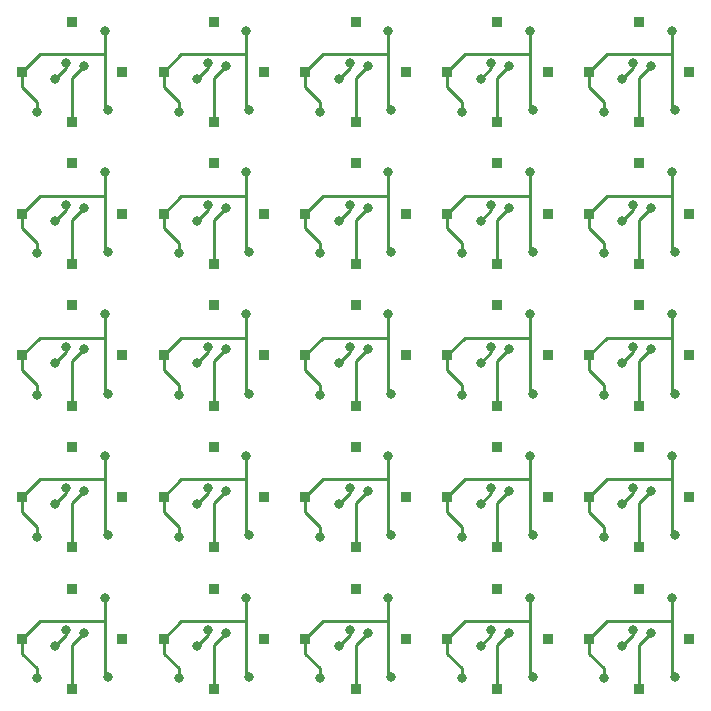
<source format=gbl>
%TF.GenerationSoftware,KiCad,Pcbnew,7.0.5-1.fc38*%
%TF.CreationDate,2023-07-07T14:16:01-04:00*%
%TF.ProjectId,bno085-i2c-board-v3-panel,626e6f30-3835-42d6-9932-632d626f6172,rev?*%
%TF.SameCoordinates,Original*%
%TF.FileFunction,Copper,L2,Bot*%
%TF.FilePolarity,Positive*%
%FSLAX46Y46*%
G04 Gerber Fmt 4.6, Leading zero omitted, Abs format (unit mm)*
G04 Created by KiCad (PCBNEW 7.0.5-1.fc38) date 2023-07-07 14:16:01*
%MOMM*%
%LPD*%
G01*
G04 APERTURE LIST*
%TA.AperFunction,ComponentPad*%
%ADD10R,0.850000X0.850000*%
%TD*%
%TA.AperFunction,ViaPad*%
%ADD11C,0.800000*%
%TD*%
%TA.AperFunction,Conductor*%
%ADD12C,0.250000*%
%TD*%
G04 APERTURE END LIST*
D10*
%TO.P,J2,1,Pin_1*%
%TO.N,Board_12-Net-(J2-Pin_1)*%
X148500000Y-60250000D03*
%TD*%
%TO.P,J3,1,Pin_1*%
%TO.N,Board_5-+3.3V*%
X120250000Y-44000000D03*
%TD*%
%TO.P,J1,1,Pin_1*%
%TO.N,Board_24-Net-(J1-Pin_1)*%
X172500000Y-75750000D03*
%TD*%
%TO.P,J4,1,Pin_1*%
%TO.N,Board_2-GND*%
X152750000Y-32000000D03*
%TD*%
%TO.P,J2,1,Pin_1*%
%TO.N,Board_9-Net-(J2-Pin_1)*%
X172500000Y-48250000D03*
%TD*%
%TO.P,J3,1,Pin_1*%
%TO.N,Board_19-+3.3V*%
X168250000Y-68000000D03*
%TD*%
%TO.P,J3,1,Pin_1*%
%TO.N,Board_22-+3.3V*%
X144250000Y-80000000D03*
%TD*%
%TO.P,J2,1,Pin_1*%
%TO.N,Board_3-Net-(J2-Pin_1)*%
X160500000Y-36250000D03*
%TD*%
%TO.P,J4,1,Pin_1*%
%TO.N,Board_23-GND*%
X164750000Y-80000000D03*
%TD*%
%TO.P,J4,1,Pin_1*%
%TO.N,Board_24-GND*%
X176750000Y-80000000D03*
%TD*%
%TO.P,J2,1,Pin_1*%
%TO.N,Board_13-Net-(J2-Pin_1)*%
X160500000Y-60250000D03*
%TD*%
%TO.P,J3,1,Pin_1*%
%TO.N,Board_23-+3.3V*%
X156250000Y-80000000D03*
%TD*%
%TO.P,J4,1,Pin_1*%
%TO.N,Board_15-GND*%
X128750000Y-68000000D03*
%TD*%
%TO.P,J1,1,Pin_1*%
%TO.N,Board_21-Net-(J1-Pin_1)*%
X136500000Y-75750000D03*
%TD*%
%TO.P,J3,1,Pin_1*%
%TO.N,Board_15-+3.3V*%
X120250000Y-68000000D03*
%TD*%
%TO.P,J3,1,Pin_1*%
%TO.N,Board_10-+3.3V*%
X120250000Y-56000000D03*
%TD*%
%TO.P,J4,1,Pin_1*%
%TO.N,Board_16-GND*%
X140750000Y-68000000D03*
%TD*%
%TO.P,J3,1,Pin_1*%
%TO.N,Board_3-+3.3V*%
X156250000Y-32000000D03*
%TD*%
%TO.P,J2,1,Pin_1*%
%TO.N,Board_19-Net-(J2-Pin_1)*%
X172500000Y-72250000D03*
%TD*%
%TO.P,J3,1,Pin_1*%
%TO.N,Board_7-+3.3V*%
X144250000Y-44000000D03*
%TD*%
%TO.P,J2,1,Pin_1*%
%TO.N,Board_22-Net-(J2-Pin_1)*%
X148500000Y-84250000D03*
%TD*%
%TO.P,J1,1,Pin_1*%
%TO.N,Board_5-Net-(J1-Pin_1)*%
X124500000Y-39750000D03*
%TD*%
%TO.P,J1,1,Pin_1*%
%TO.N,Board_7-Net-(J1-Pin_1)*%
X148500000Y-39750000D03*
%TD*%
%TO.P,J1,1,Pin_1*%
%TO.N,Board_23-Net-(J1-Pin_1)*%
X160500000Y-75750000D03*
%TD*%
%TO.P,J2,1,Pin_1*%
%TO.N,Board_17-Net-(J2-Pin_1)*%
X148500000Y-72250000D03*
%TD*%
%TO.P,J3,1,Pin_1*%
%TO.N,Board_2-+3.3V*%
X144250000Y-32000000D03*
%TD*%
%TO.P,J4,1,Pin_1*%
%TO.N,Board_1-GND*%
X140750000Y-32000000D03*
%TD*%
%TO.P,J1,1,Pin_1*%
%TO.N,Board_16-Net-(J1-Pin_1)*%
X136500000Y-63750000D03*
%TD*%
%TO.P,J3,1,Pin_1*%
%TO.N,Board_8-+3.3V*%
X156250000Y-44000000D03*
%TD*%
%TO.P,J2,1,Pin_1*%
%TO.N,Board_5-Net-(J2-Pin_1)*%
X124500000Y-48250000D03*
%TD*%
%TO.P,J1,1,Pin_1*%
%TO.N,Board_0-Net-(J1-Pin_1)*%
X124500000Y-27750000D03*
%TD*%
%TO.P,J2,1,Pin_1*%
%TO.N,Board_7-Net-(J2-Pin_1)*%
X148500000Y-48250000D03*
%TD*%
%TO.P,J2,1,Pin_1*%
%TO.N,Board_18-Net-(J2-Pin_1)*%
X160500000Y-72250000D03*
%TD*%
%TO.P,J4,1,Pin_1*%
%TO.N,Board_17-GND*%
X152750000Y-68000000D03*
%TD*%
%TO.P,J2,1,Pin_1*%
%TO.N,Board_10-Net-(J2-Pin_1)*%
X124500000Y-60250000D03*
%TD*%
%TO.P,J1,1,Pin_1*%
%TO.N,Board_11-Net-(J1-Pin_1)*%
X136500000Y-51750000D03*
%TD*%
%TO.P,J3,1,Pin_1*%
%TO.N,Board_16-+3.3V*%
X132250000Y-68000000D03*
%TD*%
%TO.P,J3,1,Pin_1*%
%TO.N,Board_11-+3.3V*%
X132250000Y-56000000D03*
%TD*%
%TO.P,J4,1,Pin_1*%
%TO.N,Board_14-GND*%
X176750000Y-56000000D03*
%TD*%
%TO.P,J4,1,Pin_1*%
%TO.N,Board_18-GND*%
X164750000Y-68000000D03*
%TD*%
%TO.P,J4,1,Pin_1*%
%TO.N,Board_22-GND*%
X152750000Y-80000000D03*
%TD*%
%TO.P,J1,1,Pin_1*%
%TO.N,Board_22-Net-(J1-Pin_1)*%
X148500000Y-75750000D03*
%TD*%
%TO.P,J4,1,Pin_1*%
%TO.N,Board_9-GND*%
X176750000Y-44000000D03*
%TD*%
%TO.P,J1,1,Pin_1*%
%TO.N,Board_14-Net-(J1-Pin_1)*%
X172500000Y-51750000D03*
%TD*%
%TO.P,J2,1,Pin_1*%
%TO.N,Board_8-Net-(J2-Pin_1)*%
X160500000Y-48250000D03*
%TD*%
%TO.P,J1,1,Pin_1*%
%TO.N,Board_3-Net-(J1-Pin_1)*%
X160500000Y-27750000D03*
%TD*%
%TO.P,J1,1,Pin_1*%
%TO.N,Board_17-Net-(J1-Pin_1)*%
X148500000Y-63750000D03*
%TD*%
%TO.P,J1,1,Pin_1*%
%TO.N,Board_18-Net-(J1-Pin_1)*%
X160500000Y-63750000D03*
%TD*%
%TO.P,J3,1,Pin_1*%
%TO.N,Board_6-+3.3V*%
X132250000Y-44000000D03*
%TD*%
%TO.P,J4,1,Pin_1*%
%TO.N,Board_12-GND*%
X152750000Y-56000000D03*
%TD*%
%TO.P,J1,1,Pin_1*%
%TO.N,Board_9-Net-(J1-Pin_1)*%
X172500000Y-39750000D03*
%TD*%
%TO.P,J2,1,Pin_1*%
%TO.N,Board_4-Net-(J2-Pin_1)*%
X172500000Y-36250000D03*
%TD*%
%TO.P,J4,1,Pin_1*%
%TO.N,Board_19-GND*%
X176750000Y-68000000D03*
%TD*%
%TO.P,J1,1,Pin_1*%
%TO.N,Board_8-Net-(J1-Pin_1)*%
X160500000Y-39750000D03*
%TD*%
%TO.P,J3,1,Pin_1*%
%TO.N,Board_1-+3.3V*%
X132250000Y-32000000D03*
%TD*%
%TO.P,J2,1,Pin_1*%
%TO.N,Board_23-Net-(J2-Pin_1)*%
X160500000Y-84250000D03*
%TD*%
%TO.P,J2,1,Pin_1*%
%TO.N,Board_6-Net-(J2-Pin_1)*%
X136500000Y-48250000D03*
%TD*%
%TO.P,J4,1,Pin_1*%
%TO.N,Board_6-GND*%
X140750000Y-44000000D03*
%TD*%
%TO.P,J1,1,Pin_1*%
%TO.N,Board_10-Net-(J1-Pin_1)*%
X124500000Y-51750000D03*
%TD*%
%TO.P,J3,1,Pin_1*%
%TO.N,Board_0-+3.3V*%
X120250000Y-32000000D03*
%TD*%
%TO.P,J3,1,Pin_1*%
%TO.N,Board_24-+3.3V*%
X168250000Y-80000000D03*
%TD*%
%TO.P,J4,1,Pin_1*%
%TO.N,Board_3-GND*%
X164750000Y-32000000D03*
%TD*%
%TO.P,J1,1,Pin_1*%
%TO.N,Board_13-Net-(J1-Pin_1)*%
X160500000Y-51750000D03*
%TD*%
%TO.P,J4,1,Pin_1*%
%TO.N,Board_4-GND*%
X176750000Y-32000000D03*
%TD*%
%TO.P,J4,1,Pin_1*%
%TO.N,Board_10-GND*%
X128750000Y-56000000D03*
%TD*%
%TO.P,J1,1,Pin_1*%
%TO.N,Board_20-Net-(J1-Pin_1)*%
X124500000Y-75750000D03*
%TD*%
%TO.P,J4,1,Pin_1*%
%TO.N,Board_8-GND*%
X164750000Y-44000000D03*
%TD*%
%TO.P,J3,1,Pin_1*%
%TO.N,Board_12-+3.3V*%
X144250000Y-56000000D03*
%TD*%
%TO.P,J3,1,Pin_1*%
%TO.N,Board_17-+3.3V*%
X144250000Y-68000000D03*
%TD*%
%TO.P,J2,1,Pin_1*%
%TO.N,Board_11-Net-(J2-Pin_1)*%
X136500000Y-60250000D03*
%TD*%
%TO.P,J2,1,Pin_1*%
%TO.N,Board_14-Net-(J2-Pin_1)*%
X172500000Y-60250000D03*
%TD*%
%TO.P,J1,1,Pin_1*%
%TO.N,Board_6-Net-(J1-Pin_1)*%
X136500000Y-39750000D03*
%TD*%
%TO.P,J2,1,Pin_1*%
%TO.N,Board_1-Net-(J2-Pin_1)*%
X136500000Y-36250000D03*
%TD*%
%TO.P,J1,1,Pin_1*%
%TO.N,Board_19-Net-(J1-Pin_1)*%
X172500000Y-63750000D03*
%TD*%
%TO.P,J3,1,Pin_1*%
%TO.N,Board_4-+3.3V*%
X168250000Y-32000000D03*
%TD*%
%TO.P,J1,1,Pin_1*%
%TO.N,Board_15-Net-(J1-Pin_1)*%
X124500000Y-63750000D03*
%TD*%
%TO.P,J2,1,Pin_1*%
%TO.N,Board_2-Net-(J2-Pin_1)*%
X148500000Y-36250000D03*
%TD*%
%TO.P,J2,1,Pin_1*%
%TO.N,Board_20-Net-(J2-Pin_1)*%
X124500000Y-84250000D03*
%TD*%
%TO.P,J4,1,Pin_1*%
%TO.N,Board_5-GND*%
X128750000Y-44000000D03*
%TD*%
%TO.P,J2,1,Pin_1*%
%TO.N,Board_16-Net-(J2-Pin_1)*%
X136500000Y-72250000D03*
%TD*%
%TO.P,J1,1,Pin_1*%
%TO.N,Board_12-Net-(J1-Pin_1)*%
X148500000Y-51750000D03*
%TD*%
%TO.P,J2,1,Pin_1*%
%TO.N,Board_15-Net-(J2-Pin_1)*%
X124500000Y-72250000D03*
%TD*%
%TO.P,J3,1,Pin_1*%
%TO.N,Board_21-+3.3V*%
X132250000Y-80000000D03*
%TD*%
%TO.P,J2,1,Pin_1*%
%TO.N,Board_24-Net-(J2-Pin_1)*%
X172500000Y-84250000D03*
%TD*%
%TO.P,J4,1,Pin_1*%
%TO.N,Board_7-GND*%
X152750000Y-44000000D03*
%TD*%
%TO.P,J3,1,Pin_1*%
%TO.N,Board_18-+3.3V*%
X156250000Y-68000000D03*
%TD*%
%TO.P,J4,1,Pin_1*%
%TO.N,Board_13-GND*%
X164750000Y-56000000D03*
%TD*%
%TO.P,J1,1,Pin_1*%
%TO.N,Board_4-Net-(J1-Pin_1)*%
X172500000Y-27750000D03*
%TD*%
%TO.P,J4,1,Pin_1*%
%TO.N,Board_21-GND*%
X140750000Y-80000000D03*
%TD*%
%TO.P,J2,1,Pin_1*%
%TO.N,Board_21-Net-(J2-Pin_1)*%
X136500000Y-84250000D03*
%TD*%
%TO.P,J1,1,Pin_1*%
%TO.N,Board_2-Net-(J1-Pin_1)*%
X148500000Y-27750000D03*
%TD*%
%TO.P,J3,1,Pin_1*%
%TO.N,Board_9-+3.3V*%
X168250000Y-44000000D03*
%TD*%
%TO.P,J2,1,Pin_1*%
%TO.N,Board_0-Net-(J2-Pin_1)*%
X124500000Y-36250000D03*
%TD*%
%TO.P,J4,1,Pin_1*%
%TO.N,Board_20-GND*%
X128750000Y-80000000D03*
%TD*%
%TO.P,J1,1,Pin_1*%
%TO.N,Board_1-Net-(J1-Pin_1)*%
X136500000Y-27750000D03*
%TD*%
%TO.P,J4,1,Pin_1*%
%TO.N,Board_11-GND*%
X140750000Y-56000000D03*
%TD*%
%TO.P,J3,1,Pin_1*%
%TO.N,Board_14-+3.3V*%
X168250000Y-56000000D03*
%TD*%
%TO.P,J3,1,Pin_1*%
%TO.N,Board_20-+3.3V*%
X120250000Y-80000000D03*
%TD*%
%TO.P,J3,1,Pin_1*%
%TO.N,Board_13-+3.3V*%
X156250000Y-56000000D03*
%TD*%
%TO.P,J4,1,Pin_1*%
%TO.N,Board_0-GND*%
X128750000Y-32000000D03*
%TD*%
D11*
%TO.N,Board_0-+3.3V*%
X121506858Y-35353405D03*
X127250000Y-28500000D03*
X127500000Y-35250000D03*
%TO.N,Board_0-GND*%
X124000000Y-31250000D03*
X123078453Y-32603052D03*
%TO.N,Board_0-Net-(J2-Pin_1)*%
X125512299Y-31487701D03*
%TO.N,Board_1-+3.3V*%
X139250000Y-28500000D03*
X139500000Y-35250000D03*
X133506858Y-35353405D03*
%TO.N,Board_1-GND*%
X135078453Y-32603052D03*
X136000000Y-31250000D03*
%TO.N,Board_1-Net-(J2-Pin_1)*%
X137512299Y-31487701D03*
%TO.N,Board_2-+3.3V*%
X151250000Y-28500000D03*
X145506858Y-35353405D03*
X151500000Y-35250000D03*
%TO.N,Board_2-GND*%
X147078453Y-32603052D03*
X148000000Y-31250000D03*
%TO.N,Board_2-Net-(J2-Pin_1)*%
X149512299Y-31487701D03*
%TO.N,Board_3-+3.3V*%
X163500000Y-35250000D03*
X157506858Y-35353405D03*
X163250000Y-28500000D03*
%TO.N,Board_3-GND*%
X160000000Y-31250000D03*
X159078453Y-32603052D03*
%TO.N,Board_3-Net-(J2-Pin_1)*%
X161512299Y-31487701D03*
%TO.N,Board_4-+3.3V*%
X175500000Y-35250000D03*
X169506858Y-35353405D03*
X175250000Y-28500000D03*
%TO.N,Board_4-GND*%
X172000000Y-31250000D03*
X171078453Y-32603052D03*
%TO.N,Board_4-Net-(J2-Pin_1)*%
X173512299Y-31487701D03*
%TO.N,Board_5-+3.3V*%
X127500000Y-47250000D03*
X121506858Y-47353405D03*
X127250000Y-40500000D03*
%TO.N,Board_5-GND*%
X124000000Y-43250000D03*
X123078453Y-44603052D03*
%TO.N,Board_5-Net-(J2-Pin_1)*%
X125512299Y-43487701D03*
%TO.N,Board_6-+3.3V*%
X133506858Y-47353405D03*
X139250000Y-40500000D03*
X139500000Y-47250000D03*
%TO.N,Board_6-GND*%
X136000000Y-43250000D03*
X135078453Y-44603052D03*
%TO.N,Board_6-Net-(J2-Pin_1)*%
X137512299Y-43487701D03*
%TO.N,Board_7-+3.3V*%
X151250000Y-40500000D03*
X145506858Y-47353405D03*
X151500000Y-47250000D03*
%TO.N,Board_7-GND*%
X148000000Y-43250000D03*
X147078453Y-44603052D03*
%TO.N,Board_7-Net-(J2-Pin_1)*%
X149512299Y-43487701D03*
%TO.N,Board_8-+3.3V*%
X163250000Y-40500000D03*
X163500000Y-47250000D03*
X157506858Y-47353405D03*
%TO.N,Board_8-GND*%
X160000000Y-43250000D03*
X159078453Y-44603052D03*
%TO.N,Board_8-Net-(J2-Pin_1)*%
X161512299Y-43487701D03*
%TO.N,Board_9-+3.3V*%
X175250000Y-40500000D03*
X169506858Y-47353405D03*
X175500000Y-47250000D03*
%TO.N,Board_9-GND*%
X172000000Y-43250000D03*
X171078453Y-44603052D03*
%TO.N,Board_9-Net-(J2-Pin_1)*%
X173512299Y-43487701D03*
%TO.N,Board_10-+3.3V*%
X127250000Y-52500000D03*
X121506858Y-59353405D03*
X127500000Y-59250000D03*
%TO.N,Board_10-GND*%
X124000000Y-55250000D03*
X123078453Y-56603052D03*
%TO.N,Board_10-Net-(J2-Pin_1)*%
X125512299Y-55487701D03*
%TO.N,Board_11-+3.3V*%
X139250000Y-52500000D03*
X139500000Y-59250000D03*
X133506858Y-59353405D03*
%TO.N,Board_11-GND*%
X135078453Y-56603052D03*
X136000000Y-55250000D03*
%TO.N,Board_11-Net-(J2-Pin_1)*%
X137512299Y-55487701D03*
%TO.N,Board_12-+3.3V*%
X151250000Y-52500000D03*
X151500000Y-59250000D03*
X145506858Y-59353405D03*
%TO.N,Board_12-GND*%
X147078453Y-56603052D03*
X148000000Y-55250000D03*
%TO.N,Board_12-Net-(J2-Pin_1)*%
X149512299Y-55487701D03*
%TO.N,Board_13-+3.3V*%
X157506858Y-59353405D03*
X163250000Y-52500000D03*
X163500000Y-59250000D03*
%TO.N,Board_13-GND*%
X159078453Y-56603052D03*
X160000000Y-55250000D03*
%TO.N,Board_13-Net-(J2-Pin_1)*%
X161512299Y-55487701D03*
%TO.N,Board_14-+3.3V*%
X169506858Y-59353405D03*
X175250000Y-52500000D03*
X175500000Y-59250000D03*
%TO.N,Board_14-GND*%
X171078453Y-56603052D03*
X172000000Y-55250000D03*
%TO.N,Board_14-Net-(J2-Pin_1)*%
X173512299Y-55487701D03*
%TO.N,Board_15-+3.3V*%
X121506858Y-71353405D03*
X127500000Y-71250000D03*
X127250000Y-64500000D03*
%TO.N,Board_15-GND*%
X123078453Y-68603052D03*
X124000000Y-67250000D03*
%TO.N,Board_15-Net-(J2-Pin_1)*%
X125512299Y-67487701D03*
%TO.N,Board_16-+3.3V*%
X139500000Y-71250000D03*
X133506858Y-71353405D03*
X139250000Y-64500000D03*
%TO.N,Board_16-GND*%
X135078453Y-68603052D03*
X136000000Y-67250000D03*
%TO.N,Board_16-Net-(J2-Pin_1)*%
X137512299Y-67487701D03*
%TO.N,Board_17-+3.3V*%
X151500000Y-71250000D03*
X151250000Y-64500000D03*
X145506858Y-71353405D03*
%TO.N,Board_17-GND*%
X148000000Y-67250000D03*
X147078453Y-68603052D03*
%TO.N,Board_17-Net-(J2-Pin_1)*%
X149512299Y-67487701D03*
%TO.N,Board_18-+3.3V*%
X163250000Y-64500000D03*
X157506858Y-71353405D03*
X163500000Y-71250000D03*
%TO.N,Board_18-GND*%
X159078453Y-68603052D03*
X160000000Y-67250000D03*
%TO.N,Board_18-Net-(J2-Pin_1)*%
X161512299Y-67487701D03*
%TO.N,Board_19-+3.3V*%
X169506858Y-71353405D03*
X175250000Y-64500000D03*
X175500000Y-71250000D03*
%TO.N,Board_19-GND*%
X171078453Y-68603052D03*
X172000000Y-67250000D03*
%TO.N,Board_19-Net-(J2-Pin_1)*%
X173512299Y-67487701D03*
%TO.N,Board_20-+3.3V*%
X121506858Y-83353405D03*
X127500000Y-83250000D03*
X127250000Y-76500000D03*
%TO.N,Board_20-GND*%
X123078453Y-80603052D03*
X124000000Y-79250000D03*
%TO.N,Board_20-Net-(J2-Pin_1)*%
X125512299Y-79487701D03*
%TO.N,Board_21-+3.3V*%
X139250000Y-76500000D03*
X139500000Y-83250000D03*
X133506858Y-83353405D03*
%TO.N,Board_21-GND*%
X136000000Y-79250000D03*
X135078453Y-80603052D03*
%TO.N,Board_21-Net-(J2-Pin_1)*%
X137512299Y-79487701D03*
%TO.N,Board_22-+3.3V*%
X151250000Y-76500000D03*
X145506858Y-83353405D03*
X151500000Y-83250000D03*
%TO.N,Board_22-GND*%
X147078453Y-80603052D03*
X148000000Y-79250000D03*
%TO.N,Board_22-Net-(J2-Pin_1)*%
X149512299Y-79487701D03*
%TO.N,Board_23-+3.3V*%
X157506858Y-83353405D03*
X163500000Y-83250000D03*
X163250000Y-76500000D03*
%TO.N,Board_23-GND*%
X160000000Y-79250000D03*
X159078453Y-80603052D03*
%TO.N,Board_23-Net-(J2-Pin_1)*%
X161512299Y-79487701D03*
%TO.N,Board_24-+3.3V*%
X175500000Y-83250000D03*
X175250000Y-76500000D03*
X169506858Y-83353405D03*
%TO.N,Board_24-GND*%
X171078453Y-80603052D03*
X172000000Y-79250000D03*
%TO.N,Board_24-Net-(J2-Pin_1)*%
X173512299Y-79487701D03*
%TD*%
D12*
%TO.N,Board_0-+3.3V*%
X127250000Y-30500000D02*
X121750000Y-30500000D01*
X121506858Y-34506858D02*
X121506858Y-35353405D01*
X120250000Y-33250000D02*
X121506858Y-34506858D01*
X127250000Y-28500000D02*
X127250000Y-30500000D01*
X127250000Y-35000000D02*
X127500000Y-35250000D01*
X120250000Y-32000000D02*
X120250000Y-33250000D01*
X127250000Y-30500000D02*
X127250000Y-35000000D01*
X121750000Y-30500000D02*
X120250000Y-32000000D01*
%TO.N,Board_0-GND*%
X124000000Y-31681505D02*
X124000000Y-31250000D01*
X123078453Y-32603052D02*
X124000000Y-31681505D01*
%TO.N,Board_0-Net-(J2-Pin_1)*%
X124500000Y-36250000D02*
X124500000Y-32500000D01*
X124500000Y-32500000D02*
X125512299Y-31487701D01*
%TO.N,Board_1-+3.3V*%
X132250000Y-32000000D02*
X132250000Y-33250000D01*
X139250000Y-28500000D02*
X139250000Y-30500000D01*
X133750000Y-30500000D02*
X132250000Y-32000000D01*
X133506858Y-34506858D02*
X133506858Y-35353405D01*
X139250000Y-30500000D02*
X139250000Y-35000000D01*
X132250000Y-33250000D02*
X133506858Y-34506858D01*
X139250000Y-30500000D02*
X133750000Y-30500000D01*
X139250000Y-35000000D02*
X139500000Y-35250000D01*
%TO.N,Board_1-GND*%
X135078453Y-32603052D02*
X136000000Y-31681505D01*
X136000000Y-31681505D02*
X136000000Y-31250000D01*
%TO.N,Board_1-Net-(J2-Pin_1)*%
X136500000Y-36250000D02*
X136500000Y-32500000D01*
X136500000Y-32500000D02*
X137512299Y-31487701D01*
%TO.N,Board_2-+3.3V*%
X151250000Y-28500000D02*
X151250000Y-30500000D01*
X151250000Y-30500000D02*
X145750000Y-30500000D01*
X145750000Y-30500000D02*
X144250000Y-32000000D01*
X151250000Y-35000000D02*
X151500000Y-35250000D01*
X151250000Y-30500000D02*
X151250000Y-35000000D01*
X144250000Y-33250000D02*
X145506858Y-34506858D01*
X145506858Y-34506858D02*
X145506858Y-35353405D01*
X144250000Y-32000000D02*
X144250000Y-33250000D01*
%TO.N,Board_2-GND*%
X147078453Y-32603052D02*
X148000000Y-31681505D01*
X148000000Y-31681505D02*
X148000000Y-31250000D01*
%TO.N,Board_2-Net-(J2-Pin_1)*%
X148500000Y-32500000D02*
X149512299Y-31487701D01*
X148500000Y-36250000D02*
X148500000Y-32500000D01*
%TO.N,Board_3-+3.3V*%
X163250000Y-28500000D02*
X163250000Y-30500000D01*
X157750000Y-30500000D02*
X156250000Y-32000000D01*
X157506858Y-34506858D02*
X157506858Y-35353405D01*
X156250000Y-32000000D02*
X156250000Y-33250000D01*
X163250000Y-35000000D02*
X163500000Y-35250000D01*
X163250000Y-30500000D02*
X157750000Y-30500000D01*
X163250000Y-30500000D02*
X163250000Y-35000000D01*
X156250000Y-33250000D02*
X157506858Y-34506858D01*
%TO.N,Board_3-GND*%
X160000000Y-31681505D02*
X160000000Y-31250000D01*
X159078453Y-32603052D02*
X160000000Y-31681505D01*
%TO.N,Board_3-Net-(J2-Pin_1)*%
X160500000Y-36250000D02*
X160500000Y-32500000D01*
X160500000Y-32500000D02*
X161512299Y-31487701D01*
%TO.N,Board_4-+3.3V*%
X175250000Y-30500000D02*
X175250000Y-35000000D01*
X169750000Y-30500000D02*
X168250000Y-32000000D01*
X175250000Y-30500000D02*
X169750000Y-30500000D01*
X175250000Y-28500000D02*
X175250000Y-30500000D01*
X175250000Y-35000000D02*
X175500000Y-35250000D01*
X168250000Y-33250000D02*
X169506858Y-34506858D01*
X168250000Y-32000000D02*
X168250000Y-33250000D01*
X169506858Y-34506858D02*
X169506858Y-35353405D01*
%TO.N,Board_4-GND*%
X172000000Y-31681505D02*
X172000000Y-31250000D01*
X171078453Y-32603052D02*
X172000000Y-31681505D01*
%TO.N,Board_4-Net-(J2-Pin_1)*%
X172500000Y-36250000D02*
X172500000Y-32500000D01*
X172500000Y-32500000D02*
X173512299Y-31487701D01*
%TO.N,Board_5-+3.3V*%
X127250000Y-40500000D02*
X127250000Y-42500000D01*
X127250000Y-42500000D02*
X127250000Y-47000000D01*
X120250000Y-45250000D02*
X121506858Y-46506858D01*
X120250000Y-44000000D02*
X120250000Y-45250000D01*
X121506858Y-46506858D02*
X121506858Y-47353405D01*
X121750000Y-42500000D02*
X120250000Y-44000000D01*
X127250000Y-42500000D02*
X121750000Y-42500000D01*
X127250000Y-47000000D02*
X127500000Y-47250000D01*
%TO.N,Board_5-GND*%
X123078453Y-44603052D02*
X124000000Y-43681505D01*
X124000000Y-43681505D02*
X124000000Y-43250000D01*
%TO.N,Board_5-Net-(J2-Pin_1)*%
X124500000Y-44500000D02*
X125512299Y-43487701D01*
X124500000Y-48250000D02*
X124500000Y-44500000D01*
%TO.N,Board_6-+3.3V*%
X132250000Y-45250000D02*
X133506858Y-46506858D01*
X139250000Y-47000000D02*
X139500000Y-47250000D01*
X139250000Y-42500000D02*
X139250000Y-47000000D01*
X132250000Y-44000000D02*
X132250000Y-45250000D01*
X139250000Y-42500000D02*
X133750000Y-42500000D01*
X133506858Y-46506858D02*
X133506858Y-47353405D01*
X139250000Y-40500000D02*
X139250000Y-42500000D01*
X133750000Y-42500000D02*
X132250000Y-44000000D01*
%TO.N,Board_6-GND*%
X135078453Y-44603052D02*
X136000000Y-43681505D01*
X136000000Y-43681505D02*
X136000000Y-43250000D01*
%TO.N,Board_6-Net-(J2-Pin_1)*%
X136500000Y-48250000D02*
X136500000Y-44500000D01*
X136500000Y-44500000D02*
X137512299Y-43487701D01*
%TO.N,Board_7-+3.3V*%
X145750000Y-42500000D02*
X144250000Y-44000000D01*
X145506858Y-46506858D02*
X145506858Y-47353405D01*
X144250000Y-45250000D02*
X145506858Y-46506858D01*
X151250000Y-47000000D02*
X151500000Y-47250000D01*
X151250000Y-42500000D02*
X145750000Y-42500000D01*
X144250000Y-44000000D02*
X144250000Y-45250000D01*
X151250000Y-42500000D02*
X151250000Y-47000000D01*
X151250000Y-40500000D02*
X151250000Y-42500000D01*
%TO.N,Board_7-GND*%
X148000000Y-43681505D02*
X148000000Y-43250000D01*
X147078453Y-44603052D02*
X148000000Y-43681505D01*
%TO.N,Board_7-Net-(J2-Pin_1)*%
X148500000Y-44500000D02*
X149512299Y-43487701D01*
X148500000Y-48250000D02*
X148500000Y-44500000D01*
%TO.N,Board_8-+3.3V*%
X163250000Y-42500000D02*
X163250000Y-47000000D01*
X163250000Y-47000000D02*
X163500000Y-47250000D01*
X163250000Y-42500000D02*
X157750000Y-42500000D01*
X156250000Y-44000000D02*
X156250000Y-45250000D01*
X157750000Y-42500000D02*
X156250000Y-44000000D01*
X156250000Y-45250000D02*
X157506858Y-46506858D01*
X157506858Y-46506858D02*
X157506858Y-47353405D01*
X163250000Y-40500000D02*
X163250000Y-42500000D01*
%TO.N,Board_8-GND*%
X160000000Y-43681505D02*
X160000000Y-43250000D01*
X159078453Y-44603052D02*
X160000000Y-43681505D01*
%TO.N,Board_8-Net-(J2-Pin_1)*%
X160500000Y-44500000D02*
X161512299Y-43487701D01*
X160500000Y-48250000D02*
X160500000Y-44500000D01*
%TO.N,Board_9-+3.3V*%
X168250000Y-44000000D02*
X168250000Y-45250000D01*
X169750000Y-42500000D02*
X168250000Y-44000000D01*
X169506858Y-46506858D02*
X169506858Y-47353405D01*
X175250000Y-40500000D02*
X175250000Y-42500000D01*
X168250000Y-45250000D02*
X169506858Y-46506858D01*
X175250000Y-47000000D02*
X175500000Y-47250000D01*
X175250000Y-42500000D02*
X175250000Y-47000000D01*
X175250000Y-42500000D02*
X169750000Y-42500000D01*
%TO.N,Board_9-GND*%
X171078453Y-44603052D02*
X172000000Y-43681505D01*
X172000000Y-43681505D02*
X172000000Y-43250000D01*
%TO.N,Board_9-Net-(J2-Pin_1)*%
X172500000Y-48250000D02*
X172500000Y-44500000D01*
X172500000Y-44500000D02*
X173512299Y-43487701D01*
%TO.N,Board_10-+3.3V*%
X127250000Y-52500000D02*
X127250000Y-54500000D01*
X127250000Y-59000000D02*
X127500000Y-59250000D01*
X120250000Y-56000000D02*
X120250000Y-57250000D01*
X127250000Y-54500000D02*
X121750000Y-54500000D01*
X121750000Y-54500000D02*
X120250000Y-56000000D01*
X120250000Y-57250000D02*
X121506858Y-58506858D01*
X127250000Y-54500000D02*
X127250000Y-59000000D01*
X121506858Y-58506858D02*
X121506858Y-59353405D01*
%TO.N,Board_10-GND*%
X123078453Y-56603052D02*
X124000000Y-55681505D01*
X124000000Y-55681505D02*
X124000000Y-55250000D01*
%TO.N,Board_10-Net-(J2-Pin_1)*%
X124500000Y-60250000D02*
X124500000Y-56500000D01*
X124500000Y-56500000D02*
X125512299Y-55487701D01*
%TO.N,Board_11-+3.3V*%
X133750000Y-54500000D02*
X132250000Y-56000000D01*
X133506858Y-58506858D02*
X133506858Y-59353405D01*
X132250000Y-56000000D02*
X132250000Y-57250000D01*
X139250000Y-52500000D02*
X139250000Y-54500000D01*
X139250000Y-54500000D02*
X139250000Y-59000000D01*
X139250000Y-59000000D02*
X139500000Y-59250000D01*
X132250000Y-57250000D02*
X133506858Y-58506858D01*
X139250000Y-54500000D02*
X133750000Y-54500000D01*
%TO.N,Board_11-GND*%
X135078453Y-56603052D02*
X136000000Y-55681505D01*
X136000000Y-55681505D02*
X136000000Y-55250000D01*
%TO.N,Board_11-Net-(J2-Pin_1)*%
X136500000Y-56500000D02*
X137512299Y-55487701D01*
X136500000Y-60250000D02*
X136500000Y-56500000D01*
%TO.N,Board_12-+3.3V*%
X151250000Y-52500000D02*
X151250000Y-54500000D01*
X145506858Y-58506858D02*
X145506858Y-59353405D01*
X151250000Y-54500000D02*
X145750000Y-54500000D01*
X151250000Y-59000000D02*
X151500000Y-59250000D01*
X144250000Y-56000000D02*
X144250000Y-57250000D01*
X144250000Y-57250000D02*
X145506858Y-58506858D01*
X145750000Y-54500000D02*
X144250000Y-56000000D01*
X151250000Y-54500000D02*
X151250000Y-59000000D01*
%TO.N,Board_12-GND*%
X147078453Y-56603052D02*
X148000000Y-55681505D01*
X148000000Y-55681505D02*
X148000000Y-55250000D01*
%TO.N,Board_12-Net-(J2-Pin_1)*%
X148500000Y-56500000D02*
X149512299Y-55487701D01*
X148500000Y-60250000D02*
X148500000Y-56500000D01*
%TO.N,Board_13-+3.3V*%
X163250000Y-59000000D02*
X163500000Y-59250000D01*
X157750000Y-54500000D02*
X156250000Y-56000000D01*
X156250000Y-57250000D02*
X157506858Y-58506858D01*
X163250000Y-52500000D02*
X163250000Y-54500000D01*
X163250000Y-54500000D02*
X163250000Y-59000000D01*
X156250000Y-56000000D02*
X156250000Y-57250000D01*
X163250000Y-54500000D02*
X157750000Y-54500000D01*
X157506858Y-58506858D02*
X157506858Y-59353405D01*
%TO.N,Board_13-GND*%
X159078453Y-56603052D02*
X160000000Y-55681505D01*
X160000000Y-55681505D02*
X160000000Y-55250000D01*
%TO.N,Board_13-Net-(J2-Pin_1)*%
X160500000Y-56500000D02*
X161512299Y-55487701D01*
X160500000Y-60250000D02*
X160500000Y-56500000D01*
%TO.N,Board_14-+3.3V*%
X175250000Y-54500000D02*
X175250000Y-59000000D01*
X168250000Y-57250000D02*
X169506858Y-58506858D01*
X169750000Y-54500000D02*
X168250000Y-56000000D01*
X169506858Y-58506858D02*
X169506858Y-59353405D01*
X168250000Y-56000000D02*
X168250000Y-57250000D01*
X175250000Y-52500000D02*
X175250000Y-54500000D01*
X175250000Y-54500000D02*
X169750000Y-54500000D01*
X175250000Y-59000000D02*
X175500000Y-59250000D01*
%TO.N,Board_14-GND*%
X172000000Y-55681505D02*
X172000000Y-55250000D01*
X171078453Y-56603052D02*
X172000000Y-55681505D01*
%TO.N,Board_14-Net-(J2-Pin_1)*%
X172500000Y-60250000D02*
X172500000Y-56500000D01*
X172500000Y-56500000D02*
X173512299Y-55487701D01*
%TO.N,Board_15-+3.3V*%
X127250000Y-66500000D02*
X127250000Y-71000000D01*
X127250000Y-71000000D02*
X127500000Y-71250000D01*
X127250000Y-66500000D02*
X121750000Y-66500000D01*
X127250000Y-64500000D02*
X127250000Y-66500000D01*
X121506858Y-70506858D02*
X121506858Y-71353405D01*
X121750000Y-66500000D02*
X120250000Y-68000000D01*
X120250000Y-69250000D02*
X121506858Y-70506858D01*
X120250000Y-68000000D02*
X120250000Y-69250000D01*
%TO.N,Board_15-GND*%
X124000000Y-67681505D02*
X124000000Y-67250000D01*
X123078453Y-68603052D02*
X124000000Y-67681505D01*
%TO.N,Board_15-Net-(J2-Pin_1)*%
X124500000Y-72250000D02*
X124500000Y-68500000D01*
X124500000Y-68500000D02*
X125512299Y-67487701D01*
%TO.N,Board_16-+3.3V*%
X132250000Y-68000000D02*
X132250000Y-69250000D01*
X139250000Y-66500000D02*
X139250000Y-71000000D01*
X133506858Y-70506858D02*
X133506858Y-71353405D01*
X139250000Y-71000000D02*
X139500000Y-71250000D01*
X139250000Y-66500000D02*
X133750000Y-66500000D01*
X139250000Y-64500000D02*
X139250000Y-66500000D01*
X132250000Y-69250000D02*
X133506858Y-70506858D01*
X133750000Y-66500000D02*
X132250000Y-68000000D01*
%TO.N,Board_16-GND*%
X135078453Y-68603052D02*
X136000000Y-67681505D01*
X136000000Y-67681505D02*
X136000000Y-67250000D01*
%TO.N,Board_16-Net-(J2-Pin_1)*%
X136500000Y-72250000D02*
X136500000Y-68500000D01*
X136500000Y-68500000D02*
X137512299Y-67487701D01*
%TO.N,Board_17-+3.3V*%
X151250000Y-71000000D02*
X151500000Y-71250000D01*
X145506858Y-70506858D02*
X145506858Y-71353405D01*
X151250000Y-64500000D02*
X151250000Y-66500000D01*
X144250000Y-69250000D02*
X145506858Y-70506858D01*
X151250000Y-66500000D02*
X145750000Y-66500000D01*
X151250000Y-66500000D02*
X151250000Y-71000000D01*
X144250000Y-68000000D02*
X144250000Y-69250000D01*
X145750000Y-66500000D02*
X144250000Y-68000000D01*
%TO.N,Board_17-GND*%
X147078453Y-68603052D02*
X148000000Y-67681505D01*
X148000000Y-67681505D02*
X148000000Y-67250000D01*
%TO.N,Board_17-Net-(J2-Pin_1)*%
X148500000Y-68500000D02*
X149512299Y-67487701D01*
X148500000Y-72250000D02*
X148500000Y-68500000D01*
%TO.N,Board_18-+3.3V*%
X157506858Y-70506858D02*
X157506858Y-71353405D01*
X157750000Y-66500000D02*
X156250000Y-68000000D01*
X163250000Y-66500000D02*
X157750000Y-66500000D01*
X163250000Y-64500000D02*
X163250000Y-66500000D01*
X163250000Y-66500000D02*
X163250000Y-71000000D01*
X156250000Y-68000000D02*
X156250000Y-69250000D01*
X156250000Y-69250000D02*
X157506858Y-70506858D01*
X163250000Y-71000000D02*
X163500000Y-71250000D01*
%TO.N,Board_18-GND*%
X159078453Y-68603052D02*
X160000000Y-67681505D01*
X160000000Y-67681505D02*
X160000000Y-67250000D01*
%TO.N,Board_18-Net-(J2-Pin_1)*%
X160500000Y-68500000D02*
X161512299Y-67487701D01*
X160500000Y-72250000D02*
X160500000Y-68500000D01*
%TO.N,Board_19-+3.3V*%
X175250000Y-66500000D02*
X175250000Y-71000000D01*
X175250000Y-66500000D02*
X169750000Y-66500000D01*
X175250000Y-64500000D02*
X175250000Y-66500000D01*
X169506858Y-70506858D02*
X169506858Y-71353405D01*
X175250000Y-71000000D02*
X175500000Y-71250000D01*
X169750000Y-66500000D02*
X168250000Y-68000000D01*
X168250000Y-69250000D02*
X169506858Y-70506858D01*
X168250000Y-68000000D02*
X168250000Y-69250000D01*
%TO.N,Board_19-GND*%
X172000000Y-67681505D02*
X172000000Y-67250000D01*
X171078453Y-68603052D02*
X172000000Y-67681505D01*
%TO.N,Board_19-Net-(J2-Pin_1)*%
X172500000Y-68500000D02*
X173512299Y-67487701D01*
X172500000Y-72250000D02*
X172500000Y-68500000D01*
%TO.N,Board_20-+3.3V*%
X127250000Y-83000000D02*
X127500000Y-83250000D01*
X127250000Y-76500000D02*
X127250000Y-78500000D01*
X127250000Y-78500000D02*
X127250000Y-83000000D01*
X121506858Y-82506858D02*
X121506858Y-83353405D01*
X121750000Y-78500000D02*
X120250000Y-80000000D01*
X120250000Y-81250000D02*
X121506858Y-82506858D01*
X120250000Y-80000000D02*
X120250000Y-81250000D01*
X127250000Y-78500000D02*
X121750000Y-78500000D01*
%TO.N,Board_20-GND*%
X123078453Y-80603052D02*
X124000000Y-79681505D01*
X124000000Y-79681505D02*
X124000000Y-79250000D01*
%TO.N,Board_20-Net-(J2-Pin_1)*%
X124500000Y-80500000D02*
X125512299Y-79487701D01*
X124500000Y-84250000D02*
X124500000Y-80500000D01*
%TO.N,Board_21-+3.3V*%
X133750000Y-78500000D02*
X132250000Y-80000000D01*
X139250000Y-78500000D02*
X133750000Y-78500000D01*
X139250000Y-83000000D02*
X139500000Y-83250000D01*
X139250000Y-76500000D02*
X139250000Y-78500000D01*
X132250000Y-80000000D02*
X132250000Y-81250000D01*
X139250000Y-78500000D02*
X139250000Y-83000000D01*
X132250000Y-81250000D02*
X133506858Y-82506858D01*
X133506858Y-82506858D02*
X133506858Y-83353405D01*
%TO.N,Board_21-GND*%
X136000000Y-79681505D02*
X136000000Y-79250000D01*
X135078453Y-80603052D02*
X136000000Y-79681505D01*
%TO.N,Board_21-Net-(J2-Pin_1)*%
X136500000Y-80500000D02*
X137512299Y-79487701D01*
X136500000Y-84250000D02*
X136500000Y-80500000D01*
%TO.N,Board_22-+3.3V*%
X151250000Y-76500000D02*
X151250000Y-78500000D01*
X144250000Y-81250000D02*
X145506858Y-82506858D01*
X151250000Y-83000000D02*
X151500000Y-83250000D01*
X144250000Y-80000000D02*
X144250000Y-81250000D01*
X151250000Y-78500000D02*
X145750000Y-78500000D01*
X145750000Y-78500000D02*
X144250000Y-80000000D01*
X145506858Y-82506858D02*
X145506858Y-83353405D01*
X151250000Y-78500000D02*
X151250000Y-83000000D01*
%TO.N,Board_22-GND*%
X147078453Y-80603052D02*
X148000000Y-79681505D01*
X148000000Y-79681505D02*
X148000000Y-79250000D01*
%TO.N,Board_22-Net-(J2-Pin_1)*%
X148500000Y-80500000D02*
X149512299Y-79487701D01*
X148500000Y-84250000D02*
X148500000Y-80500000D01*
%TO.N,Board_23-+3.3V*%
X163250000Y-78500000D02*
X163250000Y-83000000D01*
X157506858Y-82506858D02*
X157506858Y-83353405D01*
X157750000Y-78500000D02*
X156250000Y-80000000D01*
X163250000Y-78500000D02*
X157750000Y-78500000D01*
X156250000Y-80000000D02*
X156250000Y-81250000D01*
X163250000Y-76500000D02*
X163250000Y-78500000D01*
X156250000Y-81250000D02*
X157506858Y-82506858D01*
X163250000Y-83000000D02*
X163500000Y-83250000D01*
%TO.N,Board_23-GND*%
X160000000Y-79681505D02*
X160000000Y-79250000D01*
X159078453Y-80603052D02*
X160000000Y-79681505D01*
%TO.N,Board_23-Net-(J2-Pin_1)*%
X160500000Y-80500000D02*
X161512299Y-79487701D01*
X160500000Y-84250000D02*
X160500000Y-80500000D01*
%TO.N,Board_24-+3.3V*%
X175250000Y-78500000D02*
X175250000Y-83000000D01*
X175250000Y-76500000D02*
X175250000Y-78500000D01*
X169506858Y-82506858D02*
X169506858Y-83353405D01*
X168250000Y-81250000D02*
X169506858Y-82506858D01*
X169750000Y-78500000D02*
X168250000Y-80000000D01*
X175250000Y-83000000D02*
X175500000Y-83250000D01*
X175250000Y-78500000D02*
X169750000Y-78500000D01*
X168250000Y-80000000D02*
X168250000Y-81250000D01*
%TO.N,Board_24-GND*%
X171078453Y-80603052D02*
X172000000Y-79681505D01*
X172000000Y-79681505D02*
X172000000Y-79250000D01*
%TO.N,Board_24-Net-(J2-Pin_1)*%
X172500000Y-80500000D02*
X173512299Y-79487701D01*
X172500000Y-84250000D02*
X172500000Y-80500000D01*
%TD*%
M02*

</source>
